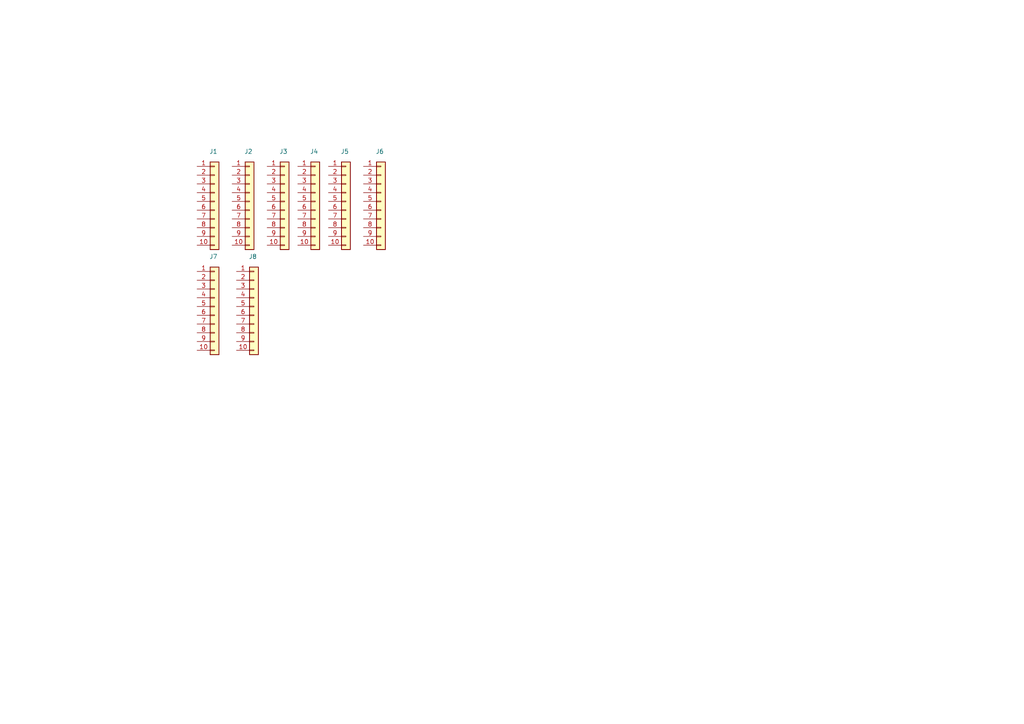
<source format=kicad_sch>
(kicad_sch (version 20231120) (generator "eeschema") (generator_version "8.0")
  (paper "A4")
  (lib_symbols
    (symbol "Connector_Generic:Conn_01x10" (pin_names (offset 1.016) hide)
      (property "Reference" "J" (at 0 12.7 0))
      (property "Value" "Conn_01x10" (at 0 -15.24 0))
      (symbol "Conn_01x10_1_1"
        (rectangle (start -1.27 -12.573) (end 0 -12.827) (stroke (width 0.1524)))
        (rectangle (start -1.27 -10.033) (end 0 -10.287) (stroke (width 0.1524)))
        (rectangle (start -1.27 -7.493) (end 0 -7.747) (stroke (width 0.1524)))
        (rectangle (start -1.27 -4.953) (end 0 -5.207) (stroke (width 0.1524)))
        (rectangle (start -1.27 -2.413) (end 0 -2.667) (stroke (width 0.1524)))
        (rectangle (start -1.27 0.127) (end 0 -0.127) (stroke (width 0.1524)))
        (rectangle (start -1.27 2.667) (end 0 2.413) (stroke (width 0.1524)))
        (rectangle (start -1.27 5.207) (end 0 4.953) (stroke (width 0.1524)))
        (rectangle (start -1.27 7.747) (end 0 7.493) (stroke (width 0.1524)))
        (rectangle (start -1.27 10.287) (end 0 10.033) (stroke (width 0.1524)))
        (rectangle (start -1.27 11.43) (end 1.27 -13.97) (stroke (width 0.254)) (fill (type background)))
        (pin passive line (at -5.08 10.16 0) (length 3.81) (name "Pin_1") (number "1"))
        (pin passive line (at -5.08 -12.7 0) (length 3.81) (name "Pin_10") (number "10"))
        (pin passive line (at -5.08 7.62 0) (length 3.81) (name "Pin_2") (number "2"))
        (pin passive line (at -5.08 5.08 0) (length 3.81) (name "Pin_3") (number "3"))
        (pin passive line (at -5.08 2.54 0) (length 3.81) (name "Pin_4") (number "4"))
        (pin passive line (at -5.08 0 0) (length 3.81) (name "Pin_5") (number "5"))
        (pin passive line (at -5.08 -2.54 0) (length 3.81) (name "Pin_6") (number "6"))
        (pin passive line (at -5.08 -5.08 0) (length 3.81) (name "Pin_7") (number "7"))
        (pin passive line (at -5.08 -7.62 0) (length 3.81) (name "Pin_8") (number "8"))
        (pin passive line (at -5.08 -10.16 0) (length 3.81) (name "Pin_9") (number "9"))
      )
    )
  )
  (symbol (lib_id "Connector_Generic:Conn_01x10") (at 91.44 58.42 0) (unit 1)
    (property "Reference" "J4" (at 89.916 43.942 0) (effects (justify left)))
    (property "Value" "Conn_01x10" (effects (hide yes)))
    (property "Footprint" "Connector_PinHeader_2.54mm:PinHeader_1x10_P2.54mm_Vertical" (effects (hide yes)))
    (property "Description" "Generic connector, single row, 01x10, script generated (kicad-library-utils/schlib/autogen/connector/)" (effects (hide yes)))
  )
  (symbol (lib_id "Connector_Generic:Conn_01x10") (at 62.23 58.42 0) (unit 1)
    (property "Reference" "J1" (at 60.706 43.942 0) (effects (justify left)))
    (property "Value" "Conn_01x10" (effects (hide yes)))
    (property "Footprint" "Connector_PinHeader_2.54mm:PinHeader_1x10_P2.54mm_Vertical" (effects (hide yes)))
    (property "Description" "Generic connector, single row, 01x10, script generated (kicad-library-utils/schlib/autogen/connector/)" (effects (hide yes)))
  )
  (symbol (lib_id "Connector_Generic:Conn_01x10") (at 73.66 88.9 0) (unit 1)
    (property "Reference" "J8" (at 72.136 74.422 0) (effects (justify left)))
    (property "Value" "Conn_01x10" (effects (hide yes)))
    (property "Footprint" "Connector_PinHeader_2.54mm:PinHeader_1x10_P2.54mm_Vertical" (effects (hide yes)))
    (property "Description" "Generic connector, single row, 01x10, script generated (kicad-library-utils/schlib/autogen/connector/)" (effects (hide yes)))
  )
  (symbol (lib_id "Connector_Generic:Conn_01x10") (at 62.23 88.9 0) (unit 1)
    (property "Reference" "J7" (at 60.706 74.422 0) (effects (justify left)))
    (property "Value" "Conn_01x10" (effects (hide yes)))
    (property "Footprint" "Connector_PinHeader_2.54mm:PinHeader_1x10_P2.54mm_Vertical" (effects (hide yes)))
    (property "Description" "Generic connector, single row, 01x10, script generated (kicad-library-utils/schlib/autogen/connector/)" (effects (hide yes)))
  )
  (symbol (lib_id "Connector_Generic:Conn_01x10") (at 72.39 58.42 0) (unit 1)
    (property "Reference" "J2" (at 70.866 43.942 0) (effects (justify left)))
    (property "Value" "Conn_01x10" (effects (hide yes)))
    (property "Footprint" "Connector_PinHeader_2.54mm:PinHeader_1x10_P2.54mm_Vertical" (effects (hide yes)))
    (property "Description" "Generic connector, single row, 01x10, script generated (kicad-library-utils/schlib/autogen/connector/)" (effects (hide yes)))
  )
  (symbol (lib_id "Connector_Generic:Conn_01x10") (at 82.55 58.42 0) (unit 1)
    (property "Reference" "J3" (at 81.026 43.942 0) (effects (justify left)))
    (property "Value" "Conn_01x10" (effects (hide yes)))
    (property "Footprint" "Connector_PinHeader_2.54mm:PinHeader_1x10_P2.54mm_Vertical" (effects (hide yes)))
    (property "Description" "Generic connector, single row, 01x10, script generated (kicad-library-utils/schlib/autogen/connector/)" (effects (hide yes)))
  )
  (symbol (lib_id "Connector_Generic:Conn_01x10") (at 100.33 58.42 0) (unit 1)
    (property "Reference" "J5" (at 98.806 43.942 0) (effects (justify left)))
    (property "Value" "Conn_01x10" (effects (hide yes)))
    (property "Footprint" "Connector_PinHeader_2.54mm:PinHeader_1x10_P2.54mm_Vertical" (effects (hide yes)))
    (property "Description" "Generic connector, single row, 01x10, script generated (kicad-library-utils/schlib/autogen/connector/)" (effects (hide yes)))
  )
  (symbol (lib_id "Connector_Generic:Conn_01x10") (at 110.49 58.42 0) (unit 1)
    (property "Reference" "J6" (at 108.966 43.942 0) (effects (justify left)))
    (property "Value" "Conn_01x10" (effects (hide yes)))
    (property "Footprint" "Connector_PinHeader_2.54mm:PinHeader_1x10_P2.54mm_Vertical" (effects (hide yes)))
    (property "Description" "Generic connector, single row, 01x10, script generated (kicad-library-utils/schlib/autogen/connector/)" (effects (hide yes)))
  )
)
</source>
